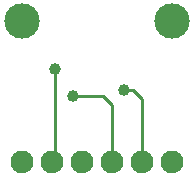
<source format=gbr>
G04 EAGLE Gerber RS-274X export*
G75*
%MOMM*%
%FSLAX34Y34*%
%LPD*%
%INBottom Copper*%
%IPPOS*%
%AMOC8*
5,1,8,0,0,1.08239X$1,22.5*%
G01*
%ADD10C,1.930400*%
%ADD11C,3.000000*%
%ADD12C,0.254000*%
%ADD13C,1.008000*%


D10*
X25400Y25400D03*
X50800Y25400D03*
X76200Y25400D03*
X101600Y25400D03*
X127000Y25400D03*
X152400Y25400D03*
D11*
X152400Y144780D03*
X25400Y144780D03*
D12*
X111760Y86360D02*
X119380Y86360D01*
X127000Y78740D01*
X127000Y25400D01*
D13*
X111760Y86360D03*
D12*
X93980Y81280D02*
X68580Y81280D01*
X93980Y81280D02*
X101600Y73660D01*
X101600Y25400D01*
D13*
X68580Y81280D03*
D12*
X53340Y104140D02*
X53340Y27940D01*
X50800Y25400D01*
D13*
X53340Y104140D03*
M02*

</source>
